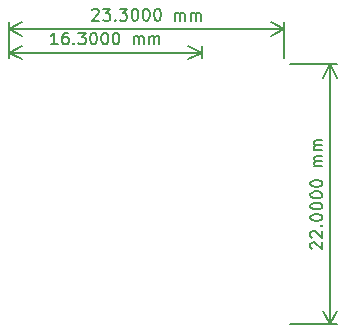
<source format=gbr>
%TF.GenerationSoftware,KiCad,Pcbnew,7.0.6-7.0.6~ubuntu22.04.1*%
%TF.CreationDate,2023-08-04T16:05:21+03:00*%
%TF.ProjectId,SolderPlate_Control,536f6c64-6572-4506-9c61-74655f436f6e,rev?*%
%TF.SameCoordinates,Original*%
%TF.FileFunction,Other,Comment*%
%FSLAX46Y46*%
G04 Gerber Fmt 4.6, Leading zero omitted, Abs format (unit mm)*
G04 Created by KiCad (PCBNEW 7.0.6-7.0.6~ubuntu22.04.1) date 2023-08-04 16:05:21*
%MOMM*%
%LPD*%
G01*
G04 APERTURE LIST*
%ADD10C,0.150000*%
G04 APERTURE END LIST*
D10*
X25600057Y6380954D02*
X25552438Y6428573D01*
X25552438Y6428573D02*
X25504819Y6523811D01*
X25504819Y6523811D02*
X25504819Y6761906D01*
X25504819Y6761906D02*
X25552438Y6857144D01*
X25552438Y6857144D02*
X25600057Y6904763D01*
X25600057Y6904763D02*
X25695295Y6952382D01*
X25695295Y6952382D02*
X25790533Y6952382D01*
X25790533Y6952382D02*
X25933390Y6904763D01*
X25933390Y6904763D02*
X26504819Y6333335D01*
X26504819Y6333335D02*
X26504819Y6952382D01*
X25600057Y7333335D02*
X25552438Y7380954D01*
X25552438Y7380954D02*
X25504819Y7476192D01*
X25504819Y7476192D02*
X25504819Y7714287D01*
X25504819Y7714287D02*
X25552438Y7809525D01*
X25552438Y7809525D02*
X25600057Y7857144D01*
X25600057Y7857144D02*
X25695295Y7904763D01*
X25695295Y7904763D02*
X25790533Y7904763D01*
X25790533Y7904763D02*
X25933390Y7857144D01*
X25933390Y7857144D02*
X26504819Y7285716D01*
X26504819Y7285716D02*
X26504819Y7904763D01*
X26409580Y8333335D02*
X26457200Y8380954D01*
X26457200Y8380954D02*
X26504819Y8333335D01*
X26504819Y8333335D02*
X26457200Y8285716D01*
X26457200Y8285716D02*
X26409580Y8333335D01*
X26409580Y8333335D02*
X26504819Y8333335D01*
X25504819Y9000001D02*
X25504819Y9095239D01*
X25504819Y9095239D02*
X25552438Y9190477D01*
X25552438Y9190477D02*
X25600057Y9238096D01*
X25600057Y9238096D02*
X25695295Y9285715D01*
X25695295Y9285715D02*
X25885771Y9333334D01*
X25885771Y9333334D02*
X26123866Y9333334D01*
X26123866Y9333334D02*
X26314342Y9285715D01*
X26314342Y9285715D02*
X26409580Y9238096D01*
X26409580Y9238096D02*
X26457200Y9190477D01*
X26457200Y9190477D02*
X26504819Y9095239D01*
X26504819Y9095239D02*
X26504819Y9000001D01*
X26504819Y9000001D02*
X26457200Y8904763D01*
X26457200Y8904763D02*
X26409580Y8857144D01*
X26409580Y8857144D02*
X26314342Y8809525D01*
X26314342Y8809525D02*
X26123866Y8761906D01*
X26123866Y8761906D02*
X25885771Y8761906D01*
X25885771Y8761906D02*
X25695295Y8809525D01*
X25695295Y8809525D02*
X25600057Y8857144D01*
X25600057Y8857144D02*
X25552438Y8904763D01*
X25552438Y8904763D02*
X25504819Y9000001D01*
X25504819Y9952382D02*
X25504819Y10047620D01*
X25504819Y10047620D02*
X25552438Y10142858D01*
X25552438Y10142858D02*
X25600057Y10190477D01*
X25600057Y10190477D02*
X25695295Y10238096D01*
X25695295Y10238096D02*
X25885771Y10285715D01*
X25885771Y10285715D02*
X26123866Y10285715D01*
X26123866Y10285715D02*
X26314342Y10238096D01*
X26314342Y10238096D02*
X26409580Y10190477D01*
X26409580Y10190477D02*
X26457200Y10142858D01*
X26457200Y10142858D02*
X26504819Y10047620D01*
X26504819Y10047620D02*
X26504819Y9952382D01*
X26504819Y9952382D02*
X26457200Y9857144D01*
X26457200Y9857144D02*
X26409580Y9809525D01*
X26409580Y9809525D02*
X26314342Y9761906D01*
X26314342Y9761906D02*
X26123866Y9714287D01*
X26123866Y9714287D02*
X25885771Y9714287D01*
X25885771Y9714287D02*
X25695295Y9761906D01*
X25695295Y9761906D02*
X25600057Y9809525D01*
X25600057Y9809525D02*
X25552438Y9857144D01*
X25552438Y9857144D02*
X25504819Y9952382D01*
X25504819Y10904763D02*
X25504819Y11000001D01*
X25504819Y11000001D02*
X25552438Y11095239D01*
X25552438Y11095239D02*
X25600057Y11142858D01*
X25600057Y11142858D02*
X25695295Y11190477D01*
X25695295Y11190477D02*
X25885771Y11238096D01*
X25885771Y11238096D02*
X26123866Y11238096D01*
X26123866Y11238096D02*
X26314342Y11190477D01*
X26314342Y11190477D02*
X26409580Y11142858D01*
X26409580Y11142858D02*
X26457200Y11095239D01*
X26457200Y11095239D02*
X26504819Y11000001D01*
X26504819Y11000001D02*
X26504819Y10904763D01*
X26504819Y10904763D02*
X26457200Y10809525D01*
X26457200Y10809525D02*
X26409580Y10761906D01*
X26409580Y10761906D02*
X26314342Y10714287D01*
X26314342Y10714287D02*
X26123866Y10666668D01*
X26123866Y10666668D02*
X25885771Y10666668D01*
X25885771Y10666668D02*
X25695295Y10714287D01*
X25695295Y10714287D02*
X25600057Y10761906D01*
X25600057Y10761906D02*
X25552438Y10809525D01*
X25552438Y10809525D02*
X25504819Y10904763D01*
X25504819Y11857144D02*
X25504819Y11952382D01*
X25504819Y11952382D02*
X25552438Y12047620D01*
X25552438Y12047620D02*
X25600057Y12095239D01*
X25600057Y12095239D02*
X25695295Y12142858D01*
X25695295Y12142858D02*
X25885771Y12190477D01*
X25885771Y12190477D02*
X26123866Y12190477D01*
X26123866Y12190477D02*
X26314342Y12142858D01*
X26314342Y12142858D02*
X26409580Y12095239D01*
X26409580Y12095239D02*
X26457200Y12047620D01*
X26457200Y12047620D02*
X26504819Y11952382D01*
X26504819Y11952382D02*
X26504819Y11857144D01*
X26504819Y11857144D02*
X26457200Y11761906D01*
X26457200Y11761906D02*
X26409580Y11714287D01*
X26409580Y11714287D02*
X26314342Y11666668D01*
X26314342Y11666668D02*
X26123866Y11619049D01*
X26123866Y11619049D02*
X25885771Y11619049D01*
X25885771Y11619049D02*
X25695295Y11666668D01*
X25695295Y11666668D02*
X25600057Y11714287D01*
X25600057Y11714287D02*
X25552438Y11761906D01*
X25552438Y11761906D02*
X25504819Y11857144D01*
X26504819Y13380954D02*
X25838152Y13380954D01*
X25933390Y13380954D02*
X25885771Y13428573D01*
X25885771Y13428573D02*
X25838152Y13523811D01*
X25838152Y13523811D02*
X25838152Y13666668D01*
X25838152Y13666668D02*
X25885771Y13761906D01*
X25885771Y13761906D02*
X25981009Y13809525D01*
X25981009Y13809525D02*
X26504819Y13809525D01*
X25981009Y13809525D02*
X25885771Y13857144D01*
X25885771Y13857144D02*
X25838152Y13952382D01*
X25838152Y13952382D02*
X25838152Y14095239D01*
X25838152Y14095239D02*
X25885771Y14190478D01*
X25885771Y14190478D02*
X25981009Y14238097D01*
X25981009Y14238097D02*
X26504819Y14238097D01*
X26504819Y14714287D02*
X25838152Y14714287D01*
X25933390Y14714287D02*
X25885771Y14761906D01*
X25885771Y14761906D02*
X25838152Y14857144D01*
X25838152Y14857144D02*
X25838152Y15000001D01*
X25838152Y15000001D02*
X25885771Y15095239D01*
X25885771Y15095239D02*
X25981009Y15142858D01*
X25981009Y15142858D02*
X26504819Y15142858D01*
X25981009Y15142858D02*
X25885771Y15190477D01*
X25885771Y15190477D02*
X25838152Y15285715D01*
X25838152Y15285715D02*
X25838152Y15428572D01*
X25838152Y15428572D02*
X25885771Y15523811D01*
X25885771Y15523811D02*
X25981009Y15571430D01*
X25981009Y15571430D02*
X26504819Y15571430D01*
X23800000Y0D02*
X27786420Y0D01*
X23800000Y22000000D02*
X27786420Y22000000D01*
X27200000Y0D02*
X27200000Y22000000D01*
X27200000Y0D02*
X27200000Y22000000D01*
X27200000Y0D02*
X26613579Y1126504D01*
X27200000Y0D02*
X27786421Y1126504D01*
X27200000Y22000000D02*
X27786421Y20873496D01*
X27200000Y22000000D02*
X26613579Y20873496D01*
X7030953Y26599943D02*
X7078572Y26647562D01*
X7078572Y26647562D02*
X7173810Y26695181D01*
X7173810Y26695181D02*
X7411905Y26695181D01*
X7411905Y26695181D02*
X7507143Y26647562D01*
X7507143Y26647562D02*
X7554762Y26599943D01*
X7554762Y26599943D02*
X7602381Y26504705D01*
X7602381Y26504705D02*
X7602381Y26409467D01*
X7602381Y26409467D02*
X7554762Y26266610D01*
X7554762Y26266610D02*
X6983334Y25695181D01*
X6983334Y25695181D02*
X7602381Y25695181D01*
X7935715Y26695181D02*
X8554762Y26695181D01*
X8554762Y26695181D02*
X8221429Y26314229D01*
X8221429Y26314229D02*
X8364286Y26314229D01*
X8364286Y26314229D02*
X8459524Y26266610D01*
X8459524Y26266610D02*
X8507143Y26218991D01*
X8507143Y26218991D02*
X8554762Y26123753D01*
X8554762Y26123753D02*
X8554762Y25885658D01*
X8554762Y25885658D02*
X8507143Y25790420D01*
X8507143Y25790420D02*
X8459524Y25742800D01*
X8459524Y25742800D02*
X8364286Y25695181D01*
X8364286Y25695181D02*
X8078572Y25695181D01*
X8078572Y25695181D02*
X7983334Y25742800D01*
X7983334Y25742800D02*
X7935715Y25790420D01*
X8983334Y25790420D02*
X9030953Y25742800D01*
X9030953Y25742800D02*
X8983334Y25695181D01*
X8983334Y25695181D02*
X8935715Y25742800D01*
X8935715Y25742800D02*
X8983334Y25790420D01*
X8983334Y25790420D02*
X8983334Y25695181D01*
X9364286Y26695181D02*
X9983333Y26695181D01*
X9983333Y26695181D02*
X9650000Y26314229D01*
X9650000Y26314229D02*
X9792857Y26314229D01*
X9792857Y26314229D02*
X9888095Y26266610D01*
X9888095Y26266610D02*
X9935714Y26218991D01*
X9935714Y26218991D02*
X9983333Y26123753D01*
X9983333Y26123753D02*
X9983333Y25885658D01*
X9983333Y25885658D02*
X9935714Y25790420D01*
X9935714Y25790420D02*
X9888095Y25742800D01*
X9888095Y25742800D02*
X9792857Y25695181D01*
X9792857Y25695181D02*
X9507143Y25695181D01*
X9507143Y25695181D02*
X9411905Y25742800D01*
X9411905Y25742800D02*
X9364286Y25790420D01*
X10602381Y26695181D02*
X10697619Y26695181D01*
X10697619Y26695181D02*
X10792857Y26647562D01*
X10792857Y26647562D02*
X10840476Y26599943D01*
X10840476Y26599943D02*
X10888095Y26504705D01*
X10888095Y26504705D02*
X10935714Y26314229D01*
X10935714Y26314229D02*
X10935714Y26076134D01*
X10935714Y26076134D02*
X10888095Y25885658D01*
X10888095Y25885658D02*
X10840476Y25790420D01*
X10840476Y25790420D02*
X10792857Y25742800D01*
X10792857Y25742800D02*
X10697619Y25695181D01*
X10697619Y25695181D02*
X10602381Y25695181D01*
X10602381Y25695181D02*
X10507143Y25742800D01*
X10507143Y25742800D02*
X10459524Y25790420D01*
X10459524Y25790420D02*
X10411905Y25885658D01*
X10411905Y25885658D02*
X10364286Y26076134D01*
X10364286Y26076134D02*
X10364286Y26314229D01*
X10364286Y26314229D02*
X10411905Y26504705D01*
X10411905Y26504705D02*
X10459524Y26599943D01*
X10459524Y26599943D02*
X10507143Y26647562D01*
X10507143Y26647562D02*
X10602381Y26695181D01*
X11554762Y26695181D02*
X11650000Y26695181D01*
X11650000Y26695181D02*
X11745238Y26647562D01*
X11745238Y26647562D02*
X11792857Y26599943D01*
X11792857Y26599943D02*
X11840476Y26504705D01*
X11840476Y26504705D02*
X11888095Y26314229D01*
X11888095Y26314229D02*
X11888095Y26076134D01*
X11888095Y26076134D02*
X11840476Y25885658D01*
X11840476Y25885658D02*
X11792857Y25790420D01*
X11792857Y25790420D02*
X11745238Y25742800D01*
X11745238Y25742800D02*
X11650000Y25695181D01*
X11650000Y25695181D02*
X11554762Y25695181D01*
X11554762Y25695181D02*
X11459524Y25742800D01*
X11459524Y25742800D02*
X11411905Y25790420D01*
X11411905Y25790420D02*
X11364286Y25885658D01*
X11364286Y25885658D02*
X11316667Y26076134D01*
X11316667Y26076134D02*
X11316667Y26314229D01*
X11316667Y26314229D02*
X11364286Y26504705D01*
X11364286Y26504705D02*
X11411905Y26599943D01*
X11411905Y26599943D02*
X11459524Y26647562D01*
X11459524Y26647562D02*
X11554762Y26695181D01*
X12507143Y26695181D02*
X12602381Y26695181D01*
X12602381Y26695181D02*
X12697619Y26647562D01*
X12697619Y26647562D02*
X12745238Y26599943D01*
X12745238Y26599943D02*
X12792857Y26504705D01*
X12792857Y26504705D02*
X12840476Y26314229D01*
X12840476Y26314229D02*
X12840476Y26076134D01*
X12840476Y26076134D02*
X12792857Y25885658D01*
X12792857Y25885658D02*
X12745238Y25790420D01*
X12745238Y25790420D02*
X12697619Y25742800D01*
X12697619Y25742800D02*
X12602381Y25695181D01*
X12602381Y25695181D02*
X12507143Y25695181D01*
X12507143Y25695181D02*
X12411905Y25742800D01*
X12411905Y25742800D02*
X12364286Y25790420D01*
X12364286Y25790420D02*
X12316667Y25885658D01*
X12316667Y25885658D02*
X12269048Y26076134D01*
X12269048Y26076134D02*
X12269048Y26314229D01*
X12269048Y26314229D02*
X12316667Y26504705D01*
X12316667Y26504705D02*
X12364286Y26599943D01*
X12364286Y26599943D02*
X12411905Y26647562D01*
X12411905Y26647562D02*
X12507143Y26695181D01*
X14030953Y25695181D02*
X14030953Y26361848D01*
X14030953Y26266610D02*
X14078572Y26314229D01*
X14078572Y26314229D02*
X14173810Y26361848D01*
X14173810Y26361848D02*
X14316667Y26361848D01*
X14316667Y26361848D02*
X14411905Y26314229D01*
X14411905Y26314229D02*
X14459524Y26218991D01*
X14459524Y26218991D02*
X14459524Y25695181D01*
X14459524Y26218991D02*
X14507143Y26314229D01*
X14507143Y26314229D02*
X14602381Y26361848D01*
X14602381Y26361848D02*
X14745238Y26361848D01*
X14745238Y26361848D02*
X14840477Y26314229D01*
X14840477Y26314229D02*
X14888096Y26218991D01*
X14888096Y26218991D02*
X14888096Y25695181D01*
X15364286Y25695181D02*
X15364286Y26361848D01*
X15364286Y26266610D02*
X15411905Y26314229D01*
X15411905Y26314229D02*
X15507143Y26361848D01*
X15507143Y26361848D02*
X15650000Y26361848D01*
X15650000Y26361848D02*
X15745238Y26314229D01*
X15745238Y26314229D02*
X15792857Y26218991D01*
X15792857Y26218991D02*
X15792857Y25695181D01*
X15792857Y26218991D02*
X15840476Y26314229D01*
X15840476Y26314229D02*
X15935714Y26361848D01*
X15935714Y26361848D02*
X16078571Y26361848D01*
X16078571Y26361848D02*
X16173810Y26314229D01*
X16173810Y26314229D02*
X16221429Y26218991D01*
X16221429Y26218991D02*
X16221429Y25695181D01*
X23300000Y22500000D02*
X23300000Y25586420D01*
X0Y22500000D02*
X0Y25586420D01*
X23300000Y25000000D02*
X0Y25000000D01*
X23300000Y25000000D02*
X0Y25000000D01*
X23300000Y25000000D02*
X22173496Y24413579D01*
X23300000Y25000000D02*
X22173496Y25586421D01*
X0Y25000000D02*
X1126504Y25586421D01*
X0Y25000000D02*
X1126504Y24413579D01*
X4102381Y23695181D02*
X3530953Y23695181D01*
X3816667Y23695181D02*
X3816667Y24695181D01*
X3816667Y24695181D02*
X3721429Y24552324D01*
X3721429Y24552324D02*
X3626191Y24457086D01*
X3626191Y24457086D02*
X3530953Y24409467D01*
X4959524Y24695181D02*
X4769048Y24695181D01*
X4769048Y24695181D02*
X4673810Y24647562D01*
X4673810Y24647562D02*
X4626191Y24599943D01*
X4626191Y24599943D02*
X4530953Y24457086D01*
X4530953Y24457086D02*
X4483334Y24266610D01*
X4483334Y24266610D02*
X4483334Y23885658D01*
X4483334Y23885658D02*
X4530953Y23790420D01*
X4530953Y23790420D02*
X4578572Y23742800D01*
X4578572Y23742800D02*
X4673810Y23695181D01*
X4673810Y23695181D02*
X4864286Y23695181D01*
X4864286Y23695181D02*
X4959524Y23742800D01*
X4959524Y23742800D02*
X5007143Y23790420D01*
X5007143Y23790420D02*
X5054762Y23885658D01*
X5054762Y23885658D02*
X5054762Y24123753D01*
X5054762Y24123753D02*
X5007143Y24218991D01*
X5007143Y24218991D02*
X4959524Y24266610D01*
X4959524Y24266610D02*
X4864286Y24314229D01*
X4864286Y24314229D02*
X4673810Y24314229D01*
X4673810Y24314229D02*
X4578572Y24266610D01*
X4578572Y24266610D02*
X4530953Y24218991D01*
X4530953Y24218991D02*
X4483334Y24123753D01*
X5483334Y23790420D02*
X5530953Y23742800D01*
X5530953Y23742800D02*
X5483334Y23695181D01*
X5483334Y23695181D02*
X5435715Y23742800D01*
X5435715Y23742800D02*
X5483334Y23790420D01*
X5483334Y23790420D02*
X5483334Y23695181D01*
X5864286Y24695181D02*
X6483333Y24695181D01*
X6483333Y24695181D02*
X6150000Y24314229D01*
X6150000Y24314229D02*
X6292857Y24314229D01*
X6292857Y24314229D02*
X6388095Y24266610D01*
X6388095Y24266610D02*
X6435714Y24218991D01*
X6435714Y24218991D02*
X6483333Y24123753D01*
X6483333Y24123753D02*
X6483333Y23885658D01*
X6483333Y23885658D02*
X6435714Y23790420D01*
X6435714Y23790420D02*
X6388095Y23742800D01*
X6388095Y23742800D02*
X6292857Y23695181D01*
X6292857Y23695181D02*
X6007143Y23695181D01*
X6007143Y23695181D02*
X5911905Y23742800D01*
X5911905Y23742800D02*
X5864286Y23790420D01*
X7102381Y24695181D02*
X7197619Y24695181D01*
X7197619Y24695181D02*
X7292857Y24647562D01*
X7292857Y24647562D02*
X7340476Y24599943D01*
X7340476Y24599943D02*
X7388095Y24504705D01*
X7388095Y24504705D02*
X7435714Y24314229D01*
X7435714Y24314229D02*
X7435714Y24076134D01*
X7435714Y24076134D02*
X7388095Y23885658D01*
X7388095Y23885658D02*
X7340476Y23790420D01*
X7340476Y23790420D02*
X7292857Y23742800D01*
X7292857Y23742800D02*
X7197619Y23695181D01*
X7197619Y23695181D02*
X7102381Y23695181D01*
X7102381Y23695181D02*
X7007143Y23742800D01*
X7007143Y23742800D02*
X6959524Y23790420D01*
X6959524Y23790420D02*
X6911905Y23885658D01*
X6911905Y23885658D02*
X6864286Y24076134D01*
X6864286Y24076134D02*
X6864286Y24314229D01*
X6864286Y24314229D02*
X6911905Y24504705D01*
X6911905Y24504705D02*
X6959524Y24599943D01*
X6959524Y24599943D02*
X7007143Y24647562D01*
X7007143Y24647562D02*
X7102381Y24695181D01*
X8054762Y24695181D02*
X8150000Y24695181D01*
X8150000Y24695181D02*
X8245238Y24647562D01*
X8245238Y24647562D02*
X8292857Y24599943D01*
X8292857Y24599943D02*
X8340476Y24504705D01*
X8340476Y24504705D02*
X8388095Y24314229D01*
X8388095Y24314229D02*
X8388095Y24076134D01*
X8388095Y24076134D02*
X8340476Y23885658D01*
X8340476Y23885658D02*
X8292857Y23790420D01*
X8292857Y23790420D02*
X8245238Y23742800D01*
X8245238Y23742800D02*
X8150000Y23695181D01*
X8150000Y23695181D02*
X8054762Y23695181D01*
X8054762Y23695181D02*
X7959524Y23742800D01*
X7959524Y23742800D02*
X7911905Y23790420D01*
X7911905Y23790420D02*
X7864286Y23885658D01*
X7864286Y23885658D02*
X7816667Y24076134D01*
X7816667Y24076134D02*
X7816667Y24314229D01*
X7816667Y24314229D02*
X7864286Y24504705D01*
X7864286Y24504705D02*
X7911905Y24599943D01*
X7911905Y24599943D02*
X7959524Y24647562D01*
X7959524Y24647562D02*
X8054762Y24695181D01*
X9007143Y24695181D02*
X9102381Y24695181D01*
X9102381Y24695181D02*
X9197619Y24647562D01*
X9197619Y24647562D02*
X9245238Y24599943D01*
X9245238Y24599943D02*
X9292857Y24504705D01*
X9292857Y24504705D02*
X9340476Y24314229D01*
X9340476Y24314229D02*
X9340476Y24076134D01*
X9340476Y24076134D02*
X9292857Y23885658D01*
X9292857Y23885658D02*
X9245238Y23790420D01*
X9245238Y23790420D02*
X9197619Y23742800D01*
X9197619Y23742800D02*
X9102381Y23695181D01*
X9102381Y23695181D02*
X9007143Y23695181D01*
X9007143Y23695181D02*
X8911905Y23742800D01*
X8911905Y23742800D02*
X8864286Y23790420D01*
X8864286Y23790420D02*
X8816667Y23885658D01*
X8816667Y23885658D02*
X8769048Y24076134D01*
X8769048Y24076134D02*
X8769048Y24314229D01*
X8769048Y24314229D02*
X8816667Y24504705D01*
X8816667Y24504705D02*
X8864286Y24599943D01*
X8864286Y24599943D02*
X8911905Y24647562D01*
X8911905Y24647562D02*
X9007143Y24695181D01*
X10530953Y23695181D02*
X10530953Y24361848D01*
X10530953Y24266610D02*
X10578572Y24314229D01*
X10578572Y24314229D02*
X10673810Y24361848D01*
X10673810Y24361848D02*
X10816667Y24361848D01*
X10816667Y24361848D02*
X10911905Y24314229D01*
X10911905Y24314229D02*
X10959524Y24218991D01*
X10959524Y24218991D02*
X10959524Y23695181D01*
X10959524Y24218991D02*
X11007143Y24314229D01*
X11007143Y24314229D02*
X11102381Y24361848D01*
X11102381Y24361848D02*
X11245238Y24361848D01*
X11245238Y24361848D02*
X11340477Y24314229D01*
X11340477Y24314229D02*
X11388096Y24218991D01*
X11388096Y24218991D02*
X11388096Y23695181D01*
X11864286Y23695181D02*
X11864286Y24361848D01*
X11864286Y24266610D02*
X11911905Y24314229D01*
X11911905Y24314229D02*
X12007143Y24361848D01*
X12007143Y24361848D02*
X12150000Y24361848D01*
X12150000Y24361848D02*
X12245238Y24314229D01*
X12245238Y24314229D02*
X12292857Y24218991D01*
X12292857Y24218991D02*
X12292857Y23695181D01*
X12292857Y24218991D02*
X12340476Y24314229D01*
X12340476Y24314229D02*
X12435714Y24361848D01*
X12435714Y24361848D02*
X12578571Y24361848D01*
X12578571Y24361848D02*
X12673810Y24314229D01*
X12673810Y24314229D02*
X12721429Y24218991D01*
X12721429Y24218991D02*
X12721429Y23695181D01*
X0Y22500000D02*
X0Y23586420D01*
X16300000Y22500000D02*
X16300000Y23586420D01*
X0Y23000000D02*
X16300000Y23000000D01*
X0Y23000000D02*
X16300000Y23000000D01*
X0Y23000000D02*
X1126504Y23586421D01*
X0Y23000000D02*
X1126504Y22413579D01*
X16300000Y23000000D02*
X15173496Y22413579D01*
X16300000Y23000000D02*
X15173496Y23586421D01*
M02*

</source>
